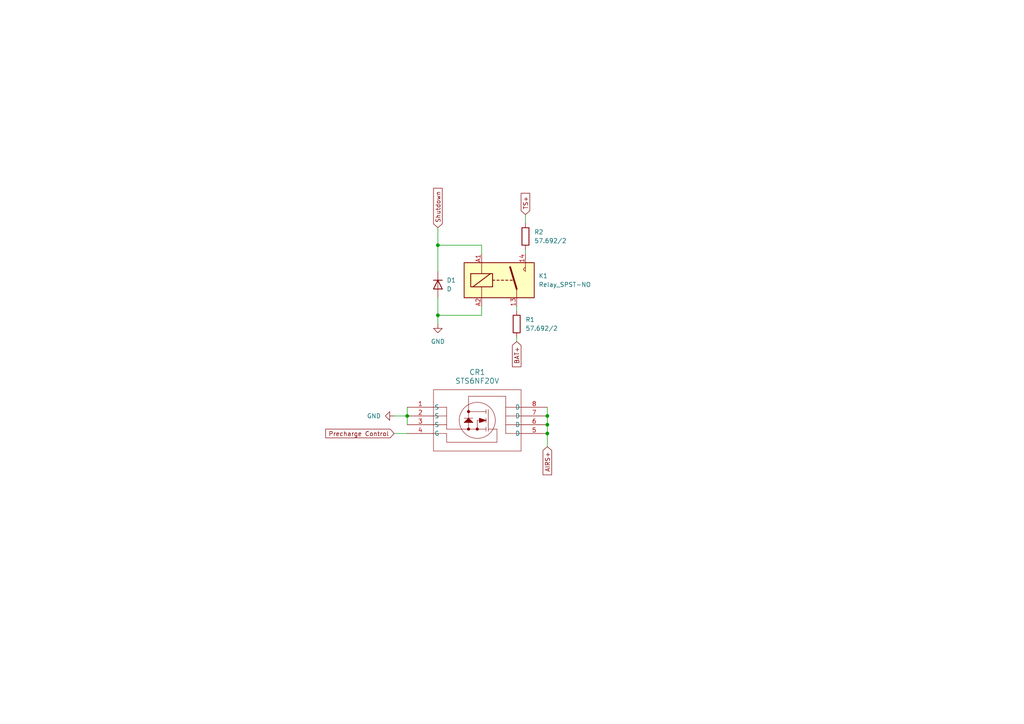
<source format=kicad_sch>
(kicad_sch (version 20231120) (generator "eeschema") (generator_version "8.0")
  (paper "A4")
  (lib_symbols
    (symbol "1FS_2_Global_Symbol_Library:STS6NF20V" (pin_names (offset 0.254))
      (property "Reference" "CR" (at 20.32 10.16 0))
      (property "Value" "STS6NF20V" (at 20.32 7.62 0))
      (symbol "STS6NF20V_0_1"
        (polyline (pts (xy 7.62 -12.7) (xy 33.02 -12.7)) (stroke (width 0.127)))
        (polyline (pts (xy 7.62 -5.08) (xy 11.43 -5.08)) (stroke (width 0.127)))
        (polyline (pts (xy 7.62 -2.54) (xy 11.43 -2.54)) (stroke (width 0.127)))
        (polyline (pts (xy 7.62 0) (xy 11.43 0)) (stroke (width 0.127)))
        (polyline (pts (xy 7.62 5.08) (xy 7.62 -12.7)) (stroke (width 0.127)))
        (polyline (pts (xy 11.43 -10.16) (xy 11.43 -7.62)) (stroke (width 0.127)))
        (polyline (pts (xy 11.43 -7.62) (xy 7.62 -7.62)) (stroke (width 0.127)))
        (polyline (pts (xy 11.43 -6.35) (xy 14.605 -6.35)) (stroke (width 0.127)))
        (polyline (pts (xy 11.43 0) (xy 11.43 -6.35)) (stroke (width 0.127)))
        (polyline (pts (xy 16.51 -4.445) (xy 17.78 -3.175)) (stroke (width 0.127)))
        (polyline (pts (xy 16.51 -4.445) (xy 19.05 -4.445)) (stroke (width 0.127)))
        (polyline (pts (xy 16.51 -3.175) (xy 19.05 -3.175)) (stroke (width 0.127)))
        (polyline (pts (xy 17.78 -6.35) (xy 17.78 3.175)) (stroke (width 0.127)))
        (polyline (pts (xy 17.78 3.175) (xy 28.575 3.175)) (stroke (width 0.127)))
        (polyline (pts (xy 19.05 -4.445) (xy 17.78 -3.175)) (stroke (width 0.127)))
        (polyline (pts (xy 20.32 -3.81) (xy 20.32 -6.35)) (stroke (width 0.127)))
        (polyline (pts (xy 20.32 -3.81) (xy 22.86 -3.81)) (stroke (width 0.127)))
        (polyline (pts (xy 20.955 -4.445) (xy 22.86 -3.81)) (stroke (width 0.127)))
        (polyline (pts (xy 20.955 -3.175) (xy 20.955 -4.445)) (stroke (width 0.127)))
        (polyline (pts (xy 22.86 -6.985) (xy 22.86 -5.715)) (stroke (width 0.127)))
        (polyline (pts (xy 22.86 -6.35) (xy 14.605 -6.35)) (stroke (width 0.127)))
        (polyline (pts (xy 22.86 -4.445) (xy 22.86 -3.175)) (stroke (width 0.127)))
        (polyline (pts (xy 22.86 -3.81) (xy 20.955 -3.175)) (stroke (width 0.127)))
        (polyline (pts (xy 22.86 -1.905) (xy 22.86 -0.635)) (stroke (width 0.127)))
        (polyline (pts (xy 22.86 -1.27) (xy 17.78 -1.27)) (stroke (width 0.127)))
        (polyline (pts (xy 23.495 -6.35) (xy 26.035 -6.35)) (stroke (width 0.127)))
        (polyline (pts (xy 23.495 -0.635) (xy 23.495 -6.985)) (stroke (width 0.127)))
        (polyline (pts (xy 26.035 -10.16) (xy 11.43 -10.16)) (stroke (width 0.127)))
        (polyline (pts (xy 26.035 -6.35) (xy 26.035 -10.16)) (stroke (width 0.127)))
        (polyline (pts (xy 28.575 -7.62) (xy 33.02 -7.62)) (stroke (width 0.127)))
        (polyline (pts (xy 28.575 3.175) (xy 28.575 -7.62)) (stroke (width 0.127)))
        (polyline (pts (xy 33.02 -12.7) (xy 33.02 5.08)) (stroke (width 0.127)))
        (polyline (pts (xy 33.02 -5.08) (xy 28.575 -5.08)) (stroke (width 0.127)))
        (polyline (pts (xy 33.02 -2.54) (xy 28.575 -2.54)) (stroke (width 0.127)))
        (polyline (pts (xy 33.02 0) (xy 28.575 0)) (stroke (width 0.127)))
        (polyline (pts (xy 33.02 5.08) (xy 7.62 5.08)) (stroke (width 0.127)))
        (polyline (pts (xy 16.51 -4.445) (xy 17.78 -3.175) (xy 19.05 -4.445)) (fill (type outline)))
        (polyline (pts (xy 20.955 -3.175) (xy 20.955 -4.445) (xy 22.86 -3.81)) (fill (type outline)))
        (circle (center 17.78 -6.35) (radius 0.254) (stroke (width 0.381)))
        (circle (center 17.78 -1.27) (radius 0.254) (stroke (width 0.381)))
        (circle (center 20.32 -6.35) (radius 0.254) (stroke (width 0.381)))
        (circle (center 20.32 -3.81) (radius 5.2324) (stroke (width 0.127)))
        (pin unspecified line (at 0 0 0) (length 7.62) (name "S") (number "1"))
        (pin unspecified line (at 0 -2.54 0) (length 7.62) (name "S") (number "2"))
        (pin unspecified line (at 0 -5.08 0) (length 7.62) (name "S") (number "3"))
        (pin unspecified line (at 0 -7.62 0) (length 7.62) (name "G") (number "4"))
        (pin unspecified line (at 40.64 -7.62 180) (length 7.62) (name "D") (number "5"))
        (pin unspecified line (at 40.64 -5.08 180) (length 7.62) (name "D") (number "6"))
        (pin unspecified line (at 40.64 -2.54 180) (length 7.62) (name "D") (number "7"))
        (pin unspecified line (at 40.64 0 180) (length 7.62) (name "D") (number "8"))
      )
    )
    (symbol "Device:D" (pin_numbers hide) (pin_names (offset 1.016) hide)
      (property "Reference" "D" (at 0 2.54 0))
      (property "Value" "D" (at 0 -2.54 0))
      (symbol "D_0_1"
        (polyline (pts (xy -1.27 1.27) (xy -1.27 -1.27)) (stroke (width 0.254)))
        (polyline (pts (xy 1.27 0) (xy -1.27 0)))
        (polyline (pts (xy 1.27 1.27) (xy 1.27 -1.27) (xy -1.27 0) (xy 1.27 1.27)) (stroke (width 0.254)))
      )
      (symbol "D_1_1"
        (pin passive line (at -3.81 0 0) (length 2.54) (name "K") (number "1"))
        (pin passive line (at 3.81 0 180) (length 2.54) (name "A") (number "2"))
      )
    )
    (symbol "Device:R" (pin_numbers hide) (pin_names (offset 0))
      (property "Reference" "R" (at 2.032 0 90))
      (property "Value" "R" (at 0 0 90))
      (symbol "R_0_1"
        (rectangle (start -1.016 -2.54) (end 1.016 2.54) (stroke (width 0.254)))
      )
      (symbol "R_1_1"
        (pin passive line (at 0 3.81 270) (length 1.27) (name "~") (number "1"))
        (pin passive line (at 0 -3.81 90) (length 1.27) (name "~") (number "2"))
      )
    )
    (symbol "Relay:Relay_SPST-NO"
      (property "Reference" "K" (at 11.43 3.81 0))
      (property "Value" "Relay_SPST-NO" (at 11.43 1.27 0))
      (symbol "Relay_SPST-NO_0_0"
        (polyline (pts (xy 7.62 5.08) (xy 7.62 2.54) (xy 6.985 3.175) (xy 7.62 3.81)))
      )
      (symbol "Relay_SPST-NO_0_1"
        (rectangle (start -10.16 5.08) (end 10.16 -5.08) (stroke (width 0.254)) (fill (type background)))
        (rectangle (start -8.255 1.905) (end -1.905 -1.905) (stroke (width 0.254)))
        (polyline (pts (xy -7.62 -1.905) (xy -2.54 1.905)) (stroke (width 0.254)))
        (polyline (pts (xy -5.08 -5.08) (xy -5.08 -1.905)))
        (polyline (pts (xy -5.08 5.08) (xy -5.08 1.905)))
        (polyline (pts (xy -1.905 0) (xy -1.27 0)) (stroke (width 0.254)))
        (polyline (pts (xy -0.635 0) (xy 0 0)) (stroke (width 0.254)))
        (polyline (pts (xy 0.635 0) (xy 1.27 0)) (stroke (width 0.254)))
        (polyline (pts (xy 1.905 0) (xy 2.54 0)) (stroke (width 0.254)))
        (polyline (pts (xy 3.175 0) (xy 3.81 0)) (stroke (width 0.254)))
        (polyline (pts (xy 5.08 -2.54) (xy 3.175 3.81)) (stroke (width 0.508)))
        (polyline (pts (xy 5.08 -2.54) (xy 5.08 -5.08)))
      )
      (symbol "Relay_SPST-NO_1_1"
        (pin passive line (at 5.08 -7.62 90) (length 2.54) (name "~") (number "13"))
        (pin passive line (at 7.62 7.62 270) (length 2.54) (name "~") (number "14"))
        (pin passive line (at -5.08 7.62 270) (length 2.54) (name "~") (number "A1"))
        (pin passive line (at -5.08 -7.62 90) (length 2.54) (name "~") (number "A2"))
      )
    )
    (symbol "power:GND" (power) (pin_names (offset 0))
      (property "Value" "GND" (at 0 -3.81 0))
      (symbol "GND_0_1"
        (polyline (pts (xy 0 0) (xy 0 -1.27) (xy 1.27 -1.27) (xy 0 -2.54) (xy -1.27 -1.27) (xy 0 -1.27)))
      )
      (symbol "GND_1_1"
        (pin power_in line (at 0 0 270) (length 0) hide (name "GND") (number "1"))
      )
    )
  )
  (junction (at 127 71.12))
  (junction (at 158.75 123.19))
  (junction (at 158.75 120.65))
  (junction (at 158.75 125.73))
  (junction (at 127 91.44))
  (junction (at 118.11 120.65))
  (wire (pts (xy 118.11 120.65) (xy 118.11 123.19)))
  (wire (pts (xy 139.7 71.12) (xy 127 71.12)))
  (wire (pts (xy 127 86.36) (xy 127 91.44)))
  (wire (pts (xy 158.75 125.73) (xy 158.75 129.54)))
  (wire (pts (xy 127 71.12) (xy 127 78.74)))
  (wire (pts (xy 114.3 120.65) (xy 118.11 120.65)))
  (wire (pts (xy 127 91.44) (xy 139.7 91.44)))
  (wire (pts (xy 139.7 91.44) (xy 139.7 88.9)))
  (wire (pts (xy 127 91.44) (xy 127 93.98)))
  (wire (pts (xy 139.7 73.66) (xy 139.7 71.12)))
  (wire (pts (xy 127 66.04) (xy 127 71.12)))
  (wire (pts (xy 158.75 123.19) (xy 158.75 125.73)))
  (wire (pts (xy 152.4 72.39) (xy 152.4 73.66)))
  (wire (pts (xy 149.86 88.9) (xy 149.86 90.17)))
  (wire (pts (xy 118.11 118.11) (xy 118.11 120.65)))
  (wire (pts (xy 152.4 62.23) (xy 152.4 64.77)))
  (wire (pts (xy 114.3 125.73) (xy 118.11 125.73)))
  (wire (pts (xy 149.86 97.79) (xy 149.86 99.06)))
  (wire (pts (xy 158.75 120.65) (xy 158.75 123.19)))
  (wire (pts (xy 158.75 118.11) (xy 158.75 120.65)))
  (global_label "Shutdown" (shape input) (at 127 66.04 90) (property "Intersheetrefs" "${INTERSHEET_REFS}" (effects (hide yes))))
  (global_label "TS+" (shape input) (at 152.4 62.23 90) (property "Intersheetrefs" "${INTERSHEET_REFS}" (effects (hide yes))))
  (global_label "AIRS+" (shape input) (at 158.75 129.54 270) (property "Intersheetrefs" "${INTERSHEET_REFS}" (effects (hide yes))))
  (global_label "Precharge Control" (shape input) (at 114.3 125.73 180) (property "Intersheetrefs" "${INTERSHEET_REFS}" (effects (hide yes))))
  (global_label "BAT+" (shape input) (at 149.86 99.06 270) (property "Intersheetrefs" "${INTERSHEET_REFS}" (effects (hide yes))))
  (symbol (lib_id "Device:D") (at 127 82.55 270) (unit 1)
    (property "Reference" "D1" (at 129.54 81.28 90) (effects (justify left)))
    (property "Value" "D" (at 129.54 83.82 90) (effects (justify left)))
    (property "Footprint" "Diode_SMD:D_2010_5025Metric" (effects (hide yes)))
    (property "Sim.Device" "D" (effects (hide yes)))
    (property "Sim.Pins" "1=K 2=A" (effects (hide yes)))
  )
  (symbol (lib_id "1FS_2_Global_Symbol_Library:STS6NF20V") (at 118.11 118.11 0) (unit 1)
    (property "Reference" "CR1" (at 138.43 107.95 0) (effects (font (size 1.524 1.524))))
    (property "Value" "STS6NF20V" (at 138.43 110.49 0) (effects (font (size 1.524 1.524))))
    (property "Footprint" "Library:SO-8_STM" (effects (hide yes)))
    (property "Datasheet" "STS6NF20V" (effects (hide yes)))
  )
  (symbol (lib_id "Relay:Relay_SPST-NO") (at 144.78 81.28 0) (unit 1)
    (property "Reference" "K1" (at 156.21 80.01 0) (effects (justify left)))
    (property "Value" "Relay_SPST-NO" (at 156.21 82.55 0) (effects (justify left)))
    (property "Footprint" "Library:G5PZ-1A-X DC12" (effects (hide yes)))
  )
  (symbol (lib_id "power:GND") (at 127 93.98 0) (unit 1)
    (property "Reference" "#PWR02" (effects (hide yes)))
    (property "Value" "GND" (at 127 99.06 0))
  )
  (symbol (lib_id "power:GND") (at 114.3 120.65 270) (unit 1)
    (property "Reference" "#PWR01" (effects (hide yes)))
    (property "Value" "GND" (at 110.49 120.65 90) (effects (justify right)))
  )
  (symbol (lib_id "Device:R") (at 152.4 68.58 0) (unit 1)
    (property "Reference" "R2" (at 154.94 67.3099 0) (effects (justify left)))
    (property "Value" "57.692/2" (at 154.94 69.8499 0) (effects (justify left)))
    (property "Footprint" "Library:HSA1030RJ" (effects (hide yes)))
  )
  (symbol (lib_id "Device:R") (at 149.86 93.98 0) (unit 1)
    (property "Reference" "R1" (at 152.4 92.7099 0) (effects (justify left)))
    (property "Value" "57.692/2" (at 152.4 95.2499 0) (effects (justify left)))
    (property "Footprint" "Library:HSA1030RJ" (effects (hide yes)))
  )
)
</source>
